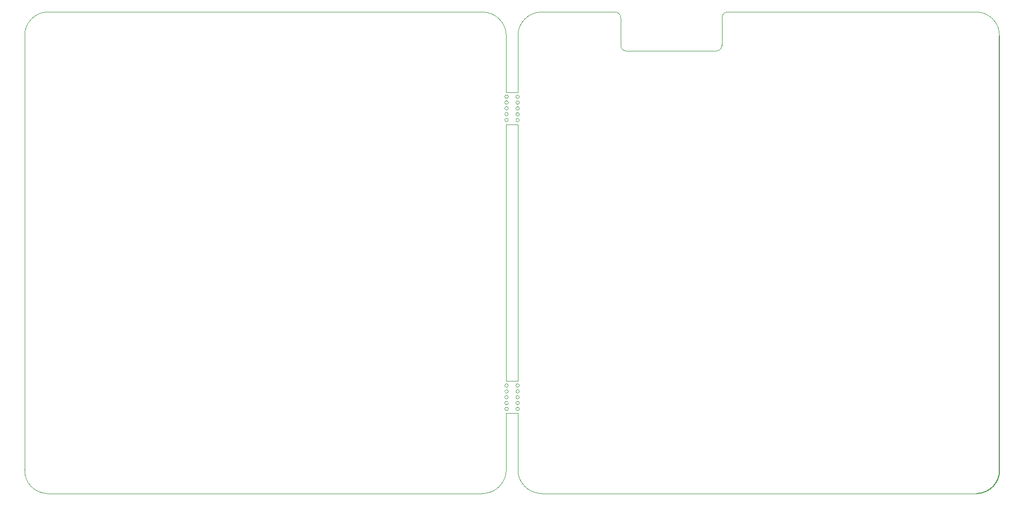
<source format=gm1>
G04 #@! TF.GenerationSoftware,KiCad,Pcbnew,8.0.4*
G04 #@! TF.CreationDate,2024-07-29T00:38:19+02:00*
G04 #@! TF.ProjectId,gps,6770732e-6b69-4636-9164-5f7063625858,rev?*
G04 #@! TF.SameCoordinates,Original*
G04 #@! TF.FileFunction,Profile,NP*
%FSLAX46Y46*%
G04 Gerber Fmt 4.6, Leading zero omitted, Abs format (unit mm)*
G04 Created by KiCad (PCBNEW 8.0.4) date 2024-07-29 00:38:19*
%MOMM*%
%LPD*%
G01*
G04 APERTURE LIST*
G04 #@! TA.AperFunction,Profile*
%ADD10C,0.100000*%
G04 #@! TD*
G04 #@! TA.AperFunction,Profile*
%ADD11C,0.150000*%
G04 #@! TD*
G04 APERTURE END LIST*
D10*
X135250000Y-110500000D02*
X137250000Y-110500000D01*
X137500000Y-56275000D02*
G75*
G02*
X136900000Y-56275000I-300000J0D01*
G01*
X136900000Y-56275000D02*
G75*
G02*
X137500000Y-56275000I300000J0D01*
G01*
X135600000Y-56250000D02*
G75*
G02*
X135000000Y-56250000I-300000J0D01*
G01*
X135000000Y-56250000D02*
G75*
G02*
X135600000Y-56250000I300000J0D01*
G01*
X135600000Y-105750000D02*
G75*
G02*
X135000000Y-105750000I-300000J0D01*
G01*
X135000000Y-105750000D02*
G75*
G02*
X135600000Y-105750000I300000J0D01*
G01*
X137500000Y-105750000D02*
G75*
G02*
X136900000Y-105750000I-300000J0D01*
G01*
X136900000Y-105750000D02*
G75*
G02*
X137500000Y-105750000I300000J0D01*
G01*
X135250000Y-105000000D02*
X137250000Y-105000000D01*
X135250000Y-61000000D02*
X137250000Y-61000000D01*
X135250000Y-55500000D02*
X137250000Y-55500000D01*
X135600000Y-60250000D02*
G75*
G02*
X135000000Y-60250000I-300000J0D01*
G01*
X135000000Y-60250000D02*
G75*
G02*
X135600000Y-60250000I300000J0D01*
G01*
X155870000Y-48450000D02*
G75*
G02*
X154870000Y-47450000I0J1000000D01*
G01*
X52750000Y-45750000D02*
G75*
G02*
X56750000Y-41750000I4000000J0D01*
G01*
X153860000Y-41750000D02*
G75*
G02*
X154872983Y-42750000I12900J-1000000D01*
G01*
X137500000Y-59275000D02*
G75*
G02*
X136900000Y-59275000I-300000J0D01*
G01*
X136900000Y-59275000D02*
G75*
G02*
X137500000Y-59275000I300000J0D01*
G01*
X135600000Y-57250000D02*
G75*
G02*
X135000000Y-57250000I-300000J0D01*
G01*
X135000000Y-57250000D02*
G75*
G02*
X135600000Y-57250000I300000J0D01*
G01*
X56578427Y-124250000D02*
G75*
G02*
X52749995Y-120171573I125073J3953500D01*
G01*
X135600000Y-58250000D02*
G75*
G02*
X135000000Y-58250000I-300000J0D01*
G01*
X135000000Y-58250000D02*
G75*
G02*
X135600000Y-58250000I300000J0D01*
G01*
D11*
X219750000Y-120171573D02*
G75*
G02*
X215921573Y-124250002I-3953400J-125027D01*
G01*
D10*
X137250000Y-105000000D02*
X137250000Y-61000000D01*
X137500000Y-58275000D02*
G75*
G02*
X136900000Y-58275000I-300000J0D01*
G01*
X136900000Y-58275000D02*
G75*
G02*
X137500000Y-58275000I300000J0D01*
G01*
X135600000Y-108750000D02*
G75*
G02*
X135000000Y-108750000I-300000J0D01*
G01*
X135000000Y-108750000D02*
G75*
G02*
X135600000Y-108750000I300000J0D01*
G01*
X137250000Y-45828427D02*
G75*
G02*
X141328427Y-41750000I4078400J27D01*
G01*
X135600000Y-109750000D02*
G75*
G02*
X135000000Y-109750000I-300000J0D01*
G01*
X135000000Y-109750000D02*
G75*
G02*
X135600000Y-109750000I300000J0D01*
G01*
X172200000Y-42750000D02*
X172200000Y-47450000D01*
X137500000Y-60275000D02*
G75*
G02*
X136900000Y-60275000I-300000J0D01*
G01*
X136900000Y-60275000D02*
G75*
G02*
X137500000Y-60275000I300000J0D01*
G01*
X137501976Y-106750000D02*
G75*
G02*
X136901976Y-106750000I-300000J0D01*
G01*
X136901976Y-106750000D02*
G75*
G02*
X137501976Y-106750000I300000J0D01*
G01*
X137501976Y-108750000D02*
G75*
G02*
X136901976Y-108750000I-300000J0D01*
G01*
X136901976Y-108750000D02*
G75*
G02*
X137501976Y-108750000I300000J0D01*
G01*
X135250000Y-120171573D02*
G75*
G02*
X131171573Y-124250000I-4078400J-27D01*
G01*
X56578427Y-124250000D02*
X131171573Y-124250000D01*
D11*
X219750000Y-120171573D02*
X219750000Y-45750000D01*
D10*
X154870000Y-42750000D02*
X154870000Y-47450000D01*
X131171573Y-41750000D02*
G75*
G02*
X135250000Y-45828427I27J-4078400D01*
G01*
X52750000Y-45750000D02*
X52750000Y-120171573D01*
X215750000Y-41750000D02*
X173200000Y-41750000D01*
X215750000Y-41750000D02*
G75*
G02*
X219750000Y-45750000I0J-4000000D01*
G01*
X141328427Y-124250000D02*
G75*
G02*
X137250000Y-120171573I-27J4078400D01*
G01*
X141328427Y-41750000D02*
X153860000Y-41750000D01*
X135250000Y-120171573D02*
X135250000Y-110500000D01*
X135250000Y-61000000D02*
X135250000Y-105000000D01*
X141328427Y-124250000D02*
X215921573Y-124250000D01*
X131171573Y-41750000D02*
X56750000Y-41750000D01*
X135600000Y-106750000D02*
G75*
G02*
X135000000Y-106750000I-300000J0D01*
G01*
X135000000Y-106750000D02*
G75*
G02*
X135600000Y-106750000I300000J0D01*
G01*
X172200000Y-42750000D02*
G75*
G02*
X173200000Y-41750000I1000000J0D01*
G01*
X135600000Y-59250000D02*
G75*
G02*
X135000000Y-59250000I-300000J0D01*
G01*
X135000000Y-59250000D02*
G75*
G02*
X135600000Y-59250000I300000J0D01*
G01*
X137501976Y-107750000D02*
G75*
G02*
X136901976Y-107750000I-300000J0D01*
G01*
X136901976Y-107750000D02*
G75*
G02*
X137501976Y-107750000I300000J0D01*
G01*
X135250000Y-45828427D02*
X135250000Y-55500000D01*
X172200000Y-47450000D02*
G75*
G02*
X171200000Y-48450000I-1000000J0D01*
G01*
X137250000Y-55500000D02*
X137250000Y-45828427D01*
X135600000Y-107750000D02*
G75*
G02*
X135000000Y-107750000I-300000J0D01*
G01*
X135000000Y-107750000D02*
G75*
G02*
X135600000Y-107750000I300000J0D01*
G01*
X137500000Y-57275000D02*
G75*
G02*
X136900000Y-57275000I-300000J0D01*
G01*
X136900000Y-57275000D02*
G75*
G02*
X137500000Y-57275000I300000J0D01*
G01*
X137250000Y-120171573D02*
X137250000Y-110500000D01*
X171200000Y-48450000D02*
X155870000Y-48450000D01*
X137501976Y-109750000D02*
G75*
G02*
X136901976Y-109750000I-300000J0D01*
G01*
X136901976Y-109750000D02*
G75*
G02*
X137501976Y-109750000I300000J0D01*
G01*
M02*

</source>
